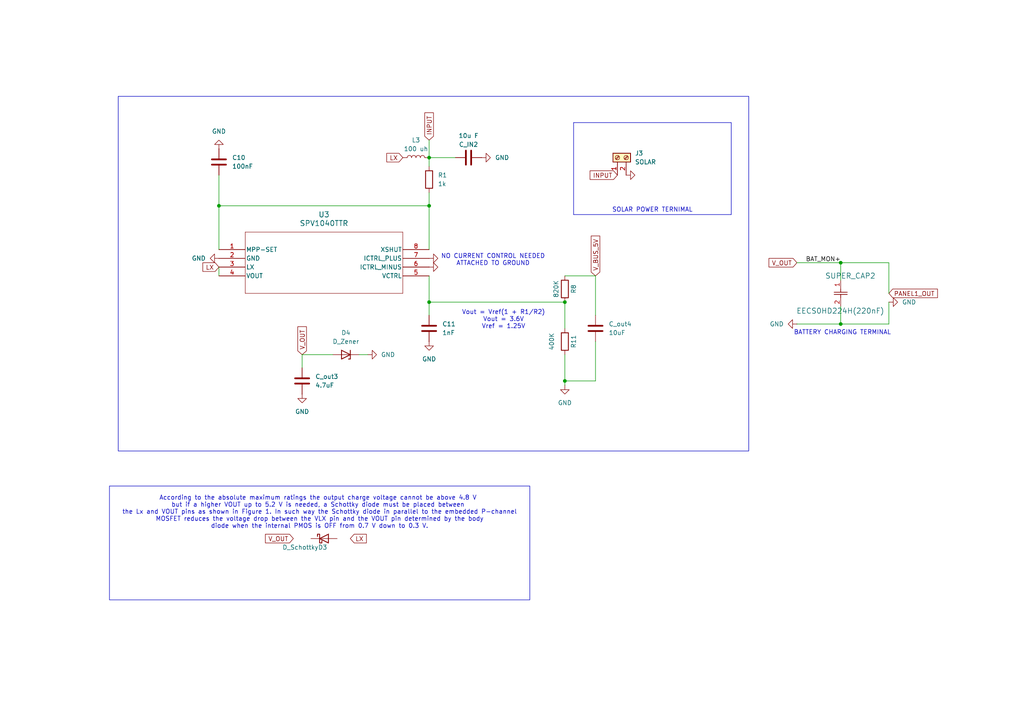
<source format=kicad_sch>
(kicad_sch (version 20231120) (generator "eeschema") (generator_version "8.0")
  (paper "A4")
  (lib_symbols
    (symbol "2024-06-07_14-27-39:SPV1040TTR" (pin_names (offset 0.254))
      (property "Reference" "U" (at 30.48 10.16 0))
      (property "Value" "SPV1040TTR" (at 30.48 7.62 0))
      (symbol "SPV1040TTR_0_1"
        (polyline (pts (xy 7.62 -12.7) (xy 53.34 -12.7)) (stroke (width 0.127)))
        (polyline (pts (xy 7.62 5.08) (xy 7.62 -12.7)) (stroke (width 0.127)))
        (polyline (pts (xy 53.34 -12.7) (xy 53.34 5.08)) (stroke (width 0.127)))
        (polyline (pts (xy 53.34 5.08) (xy 7.62 5.08)) (stroke (width 0.127)))
        (pin unspecified line (at 0 0 0) (length 7.62) (name "MPP-SET") (number "1"))
        (pin power_out line (at 0 -2.54 0) (length 7.62) (name "GND") (number "2"))
        (pin unspecified line (at 0 -5.08 0) (length 7.62) (name "LX") (number "3"))
        (pin output line (at 0 -7.62 0) (length 7.62) (name "VOUT") (number "4"))
        (pin unspecified line (at 60.96 -7.62 180) (length 7.62) (name "VCTRL") (number "5"))
        (pin unspecified line (at 60.96 -5.08 180) (length 7.62) (name "ICTRL_MINUS") (number "6"))
        (pin unspecified line (at 60.96 -2.54 180) (length 7.62) (name "ICTRL_PLUS") (number "7"))
        (pin unspecified line (at 60.96 0 180) (length 7.62) (name "XSHUT") (number "8"))
      )
    )
    (symbol "2024-06-08_06-57-05:super_capacitor" (pin_names (offset 0.254))
      (property "Reference" "SUPER_CAPACITOR" (at -1.27 10.16 90))
      (property "Value" "EECS0HD224H" (at 7.62 7.62 90))
      (symbol "super_capacitor_1_1"
        (polyline (pts (xy 2.54 0) (xy 3.4798 0)) (stroke (width 0.2032)))
        (polyline (pts (xy 3.4798 -1.905) (xy 3.4798 1.905)) (stroke (width 0.2032)))
        (polyline (pts (xy 4.1148 -1.905) (xy 4.1148 1.905)) (stroke (width 0.2032)))
        (polyline (pts (xy 4.1148 0) (xy 5.08 0)) (stroke (width 0.2032)))
        (pin passive line (at 0 0 0) (length 2.54) (name "") (number "1"))
        (pin passive line (at 7.62 0 180) (length 2.54) (name "") (number "2"))
      )
      (symbol "super_capacitor_1_2"
        (polyline (pts (xy -1.905 -4.1148) (xy 1.905 -4.1148)) (stroke (width 0.2032)))
        (polyline (pts (xy -1.905 -3.4798) (xy 1.905 -3.4798)) (stroke (width 0.2032)))
        (polyline (pts (xy 0 -4.1148) (xy 0 -5.08)) (stroke (width 0.2032)))
        (polyline (pts (xy 0 -2.54) (xy 0 -3.4798)) (stroke (width 0.2032)))
        (pin unspecified line (at 0 0 270) (length 2.54) (name "") (number "1"))
        (pin unspecified line (at 0 -7.62 90) (length 2.54) (name "") (number "2"))
      )
    )
    (symbol "Connector:Screw_Terminal_01x02" (pin_names (offset 1.016) hide)
      (property "Reference" "J" (at 0 2.54 0))
      (property "Value" "Screw_Terminal_01x02" (at 0 -5.08 0))
      (symbol "Screw_Terminal_01x02_1_1"
        (rectangle (start -1.27 1.27) (end 1.27 -3.81) (stroke (width 0.254)) (fill (type background)))
        (circle (center 0 -2.54) (radius 0.635) (stroke (width 0.1524)))
        (polyline (pts (xy -0.5334 -2.2098) (xy 0.3302 -3.048)) (stroke (width 0.1524)))
        (polyline (pts (xy -0.5334 0.3302) (xy 0.3302 -0.508)) (stroke (width 0.1524)))
        (polyline (pts (xy -0.3556 -2.032) (xy 0.508 -2.8702)) (stroke (width 0.1524)))
        (polyline (pts (xy -0.3556 0.508) (xy 0.508 -0.3302)) (stroke (width 0.1524)))
        (circle (center 0 0) (radius 0.635) (stroke (width 0.1524)))
        (pin passive line (at -5.08 0 0) (length 3.81) (name "Pin_1") (number "1"))
        (pin passive line (at -5.08 -2.54 0) (length 3.81) (name "Pin_2") (number "2"))
      )
    )
    (symbol "Device:C" (pin_numbers hide) (pin_names (offset 0.254))
      (property "Reference" "C" (at 0.635 2.54 0))
      (property "Value" "C" (at 0.635 -2.54 0))
      (symbol "C_0_1"
        (polyline (pts (xy -2.032 -0.762) (xy 2.032 -0.762)) (stroke (width 0.508)))
        (polyline (pts (xy -2.032 0.762) (xy 2.032 0.762)) (stroke (width 0.508)))
      )
      (symbol "C_1_1"
        (pin passive line (at 0 3.81 270) (length 2.794) (name "~") (number "1"))
        (pin passive line (at 0 -3.81 90) (length 2.794) (name "~") (number "2"))
      )
    )
    (symbol "Device:D_Schottky" (pin_numbers hide) (pin_names (offset 1.016) hide)
      (property "Reference" "D" (at 0 2.54 0))
      (property "Value" "D_Schottky" (at 0 -2.54 0))
      (symbol "D_Schottky_0_1"
        (polyline (pts (xy 1.27 0) (xy -1.27 0)))
        (polyline (pts (xy 1.27 1.27) (xy 1.27 -1.27) (xy -1.27 0) (xy 1.27 1.27)) (stroke (width 0.254)))
        (polyline (pts (xy -1.905 0.635) (xy -1.905 1.27) (xy -1.27 1.27) (xy -1.27 -1.27) (xy -0.635 -1.27) (xy -0.635 -0.635)) (stroke (width 0.254)))
      )
      (symbol "D_Schottky_1_1"
        (pin passive line (at -3.81 0 0) (length 2.54) (name "K") (number "1"))
        (pin passive line (at 3.81 0 180) (length 2.54) (name "A") (number "2"))
      )
    )
    (symbol "Device:D_Zener" (pin_numbers hide) (pin_names (offset 1.016) hide)
      (property "Reference" "D" (at 0 2.54 0))
      (property "Value" "D_Zener" (at 0 -2.54 0))
      (symbol "D_Zener_0_1"
        (polyline (pts (xy 1.27 0) (xy -1.27 0)))
        (polyline (pts (xy -1.27 -1.27) (xy -1.27 1.27) (xy -0.762 1.27)) (stroke (width 0.254)))
        (polyline (pts (xy 1.27 -1.27) (xy 1.27 1.27) (xy -1.27 0) (xy 1.27 -1.27)) (stroke (width 0.254)))
      )
      (symbol "D_Zener_1_1"
        (pin passive line (at -3.81 0 0) (length 2.54) (name "K") (number "1"))
        (pin passive line (at 3.81 0 180) (length 2.54) (name "A") (number "2"))
      )
    )
    (symbol "Device:L" (pin_numbers hide) (pin_names (offset 1.016) hide)
      (property "Reference" "L" (at -1.27 0 90))
      (property "Value" "L" (at 1.905 0 90))
      (symbol "L_0_1"
        (arc (start 0 -2.54) (mid 0.6323 -1.905) (end 0 -1.27))
        (arc (start 0 -1.27) (mid 0.6323 -0.635) (end 0 0))
        (arc (start 0 0) (mid 0.6323 0.635) (end 0 1.27))
        (arc (start 0 1.27) (mid 0.6323 1.905) (end 0 2.54))
      )
      (symbol "L_1_1"
        (pin passive line (at 0 3.81 270) (length 1.27) (name "1") (number "1"))
        (pin passive line (at 0 -3.81 90) (length 1.27) (name "2") (number "2"))
      )
    )
    (symbol "Device:R" (pin_numbers hide) (pin_names (offset 0))
      (property "Reference" "R" (at 2.032 0 90))
      (property "Value" "R" (at 0 0 90))
      (symbol "R_0_1"
        (rectangle (start -1.016 -2.54) (end 1.016 2.54) (stroke (width 0.254)))
      )
      (symbol "R_1_1"
        (pin passive line (at 0 3.81 270) (length 1.27) (name "~") (number "1"))
        (pin passive line (at 0 -3.81 90) (length 1.27) (name "~") (number "2"))
      )
    )
    (symbol "power:GND" (power) (pin_numbers hide) (pin_names (offset 0) hide)
      (property "Value" "GND" (at 0 -3.81 0))
      (symbol "GND_0_1"
        (polyline (pts (xy 0 0) (xy 0 -1.27) (xy 1.27 -1.27) (xy 0 -2.54) (xy -1.27 -1.27) (xy 0 -1.27)))
      )
      (symbol "GND_1_1"
        (pin power_in line (at 0 0 270) (length 0) (name "~") (number "1"))
      )
    )
  )
  (junction (at 124.46 59.69))
  (junction (at 243.84 93.98))
  (junction (at 63.5 59.69))
  (junction (at 163.83 110.49))
  (junction (at 124.46 87.63))
  (junction (at 163.83 87.63))
  (junction (at 124.46 45.72))
  (junction (at 243.84 76.2))
  (wire (pts (xy 87.63 102.87) (xy 96.52 102.87)))
  (wire (pts (xy 163.83 102.87) (xy 163.83 110.49)))
  (wire (pts (xy 124.46 40.64) (xy 124.46 45.72)))
  (wire (pts (xy 63.5 50.8) (xy 63.5 59.69)))
  (polyline (pts (xy 166.37 62.23) (xy 212.09 62.23)))
  (wire (pts (xy 124.46 59.69) (xy 63.5 59.69)))
  (wire (pts (xy 243.84 93.98) (xy 257.81 93.98)))
  (wire (pts (xy 124.46 55.88) (xy 124.46 59.69)))
  (wire (pts (xy 243.84 76.2) (xy 257.81 76.2)))
  (wire (pts (xy 172.72 80.01) (xy 172.72 91.44)))
  (wire (pts (xy 124.46 45.72) (xy 132.08 45.72)))
  (wire (pts (xy 163.83 80.01) (xy 172.72 80.01)))
  (polyline (pts (xy 212.09 62.23) (xy 212.09 35.56)))
  (polyline (pts (xy 166.37 35.56) (xy 212.09 35.56)))
  (wire (pts (xy 124.46 45.72) (xy 124.46 48.26)))
  (wire (pts (xy 257.81 87.63) (xy 257.81 93.98)))
  (wire (pts (xy 63.5 59.69) (xy 63.5 72.39)))
  (wire (pts (xy 163.83 110.49) (xy 172.72 110.49)))
  (wire (pts (xy 124.46 87.63) (xy 163.83 87.63)))
  (wire (pts (xy 87.63 102.87) (xy 87.63 106.68)))
  (wire (pts (xy 231.14 93.98) (xy 243.84 93.98)))
  (wire (pts (xy 172.72 99.06) (xy 172.72 110.49)))
  (wire (pts (xy 243.84 81.28) (xy 243.84 76.2)))
  (wire (pts (xy 257.81 76.2) (xy 257.81 85.09)))
  (wire (pts (xy 124.46 80.01) (xy 124.46 87.63)))
  (wire (pts (xy 163.83 110.49) (xy 163.83 111.76)))
  (wire (pts (xy 243.84 88.9) (xy 243.84 93.98)))
  (wire (pts (xy 63.5 77.47) (xy 63.5 80.01)))
  (wire (pts (xy 124.46 59.69) (xy 124.46 72.39)))
  (wire (pts (xy 231.14 76.2) (xy 243.84 76.2)))
  (wire (pts (xy 124.46 87.63) (xy 124.46 91.44)))
  (wire (pts (xy 104.14 102.87) (xy 106.68 102.87)))
  (wire (pts (xy 163.83 87.63) (xy 163.83 95.25)))
  (polyline (pts (xy 166.37 35.56) (xy 166.37 62.23)))
  (rectangle (start 31.75 140.97) (end 153.67 173.99))
  (rectangle (start 34.29 27.94) (end 217.17 130.81))
  (text "NO CURRENT CONTROL NEEDED\nATTACHED TO GROUND\n" (at 143.002 75.438 0) (effects (font (size 1.27 1.27))))
  (text "Vout = Vref(1 + R1/R2)\nVout = 3.6V\nVref = 1.25V" (at 146.05 92.71 0) (effects (font (size 1.27 1.27))))
  (text "BATTERY CHARGING TERMINAL\n" (at 244.348 96.52 0) (effects (font (size 1.27 1.27))))
  (text "According to the absolute maximum ratings the output charge voltage cannot be above 4.8 V \nbut if a higher VOUT up to 5.2 V is needed, a Schottky diode must be placed between \nthe Lx and VOUT pins as shown in Figure 1. In such way the Schottky diode in parallel to the embedded P-channel\n MOSFET reduces the voltage drop between the VLX pin and the VOUT pin determined by the body \ndiode when the internal PMOS is OFF from 0.7 V down to 0.3 V." (at 92.71 148.59 0) (effects (font (size 1.27 1.27))))
  (text "SOLAR POWER TERNIMAL\n" (at 189.23 60.96 0) (effects (font (size 1.27 1.27))))
  (label "BAT_MON+" (at 233.68 76.2 0))
  (global_label "LX" (shape input) (at 63.5 77.47 180) (property "Intersheetrefs" "${INTERSHEET_REFS}" (effects (hide yes))))
  (global_label "INPUT" (shape input) (at 179.07 50.8 180) (property "Intersheetrefs" "${INTERSHEET_REFS}" (effects (hide yes))))
  (global_label "V_OUT" (shape input) (at 85.09 156.21 180) (property "Intersheetrefs" "${INTERSHEET_REFS}" (effects (hide yes))))
  (global_label "INPUT" (shape input) (at 124.46 40.64 90) (property "Intersheetrefs" "${INTERSHEET_REFS}" (effects (hide yes))))
  (global_label "PANEL1_OUT" (shape input) (at 257.81 85.09 0) (property "Intersheetrefs" "${INTERSHEET_REFS}" (effects (hide yes))))
  (global_label "V_OUT" (shape input) (at 231.14 76.2 180) (property "Intersheetrefs" "${INTERSHEET_REFS}" (effects (hide yes))))
  (global_label "V_OUT" (shape input) (at 87.63 102.87 90) (property "Intersheetrefs" "${INTERSHEET_REFS}" (effects (hide yes))))
  (global_label "LX" (shape input) (at 101.6 156.21 0) (property "Intersheetrefs" "${INTERSHEET_REFS}" (effects (hide yes))))
  (global_label "V_BUS_5V" (shape input) (at 172.72 80.01 90) (property "Intersheetrefs" "${INTERSHEET_REFS}" (effects (hide yes))))
  (global_label "LX" (shape input) (at 116.84 45.72 180) (property "Intersheetrefs" "${INTERSHEET_REFS}" (effects (hide yes))))
  (symbol (lib_id "Device:L") (at 120.65 45.72 90) (unit 1)
    (property "Reference" "L3" (at 120.65 40.64 90))
    (property "Value" "100 uh" (at 120.65 43.18 90))
    (property "Footprint" "Inductor_SMD:L_Coilcraft_XAL6060-XXX" (effects (hide yes)))
    (property "Description" "Inductor" (effects (hide yes)))
  )
  (symbol (lib_id "Device:R") (at 124.46 52.07 0) (unit 1)
    (property "Reference" "R1" (at 127 50.7999 0) (effects (justify left)))
    (property "Value" "1k" (at 127 53.3399 0) (effects (justify left)))
    (property "Footprint" "Resistor_SMD:R_0603_1608Metric" (effects (hide yes)))
    (property "Description" "Resistor" (effects (hide yes)))
  )
  (symbol (lib_id "power:GND") (at 257.81 87.63 90) (unit 1)
    (property "Reference" "#PWR030" (effects (hide yes)))
    (property "Value" "GND" (at 261.62 87.6299 90) (effects (justify right)))
    (property "Description" "Power symbol creates a global label with name \"GND\" , ground" (effects (hide yes)))
  )
  (symbol (lib_id "power:GND") (at 87.63 114.3 0) (unit 1)
    (property "Reference" "#PWR021" (effects (hide yes)))
    (property "Value" "GND" (at 87.63 119.38 0))
    (property "Description" "Power symbol creates a global label with name \"GND\" , ground" (effects (hide yes)))
  )
  (symbol (lib_id "power:GND") (at 63.5 74.93 270) (unit 1)
    (property "Reference" "#PWR020" (effects (hide yes)))
    (property "Value" "GND" (at 59.69 74.9299 90) (effects (justify right)))
    (property "Description" "Power symbol creates a global label with name \"GND\" , ground" (effects (hide yes)))
  )
  (symbol (lib_id "power:GND") (at 181.61 50.8 90) (unit 1)
    (property "Reference" "#PWR028" (effects (hide yes)))
    (property "Value" "GND" (effects (hide yes)))
    (property "Description" "Power symbol creates a global label with name \"GND\" , ground" (effects (hide yes)))
  )
  (symbol (lib_id "power:GND") (at 231.14 93.98 270) (unit 1)
    (property "Reference" "#PWR029" (effects (hide yes)))
    (property "Value" "GND" (at 227.33 93.9799 90) (effects (justify right)))
    (property "Description" "Power symbol creates a global label with name \"GND\" , ground" (effects (hide yes)))
  )
  (symbol (lib_id "Device:C") (at 124.46 95.25 0) (unit 1)
    (property "Reference" "C11" (at 128.27 93.9799 0) (effects (justify left)))
    (property "Value" "1nF" (at 128.27 96.5199 0) (effects (justify left)))
    (property "Footprint" "Capacitor_SMD:C_0603_1608Metric" (effects (hide yes)))
    (property "Description" "Unpolarized capacitor" (effects (hide yes)))
  )
  (symbol (lib_id "Device:C") (at 172.72 95.25 0) (unit 1)
    (property "Reference" "C_out4" (at 176.53 93.9799 0) (effects (justify left)))
    (property "Value" "10uF" (at 176.53 96.5199 0) (effects (justify left)))
    (property "Footprint" "Capacitor_SMD:C_0603_1608Metric" (effects (hide yes)))
    (property "Description" "Unpolarized capacitor" (effects (hide yes)))
  )
  (symbol (lib_id "power:GND") (at 139.7 45.72 90) (unit 1)
    (property "Reference" "#PWR026" (effects (hide yes)))
    (property "Value" "GND" (at 143.5733 45.7199 90) (effects (justify right)))
    (property "Description" "Power symbol creates a global label with name \"GND\" , ground" (effects (hide yes)))
  )
  (symbol (lib_id "power:GND") (at 163.83 111.76 0) (unit 1)
    (property "Reference" "#PWR027" (effects (hide yes)))
    (property "Value" "GND" (at 163.83 116.84 0))
    (property "Description" "Power symbol creates a global label with name \"GND\" , ground" (effects (hide yes)))
  )
  (symbol (lib_id "2024-06-08_06-57-05:super_capacitor") (at 243.84 81.28 270) (unit 1)
    (property "Reference" "SUPER_CAP2" (at 254 80.01 90) (effects (font (size 1.524 1.524)) (justify right)))
    (property "Value" "EECS0HD224H(220nF)" (at 256.54 90.17 90) (effects (font (size 1.524 1.524)) (justify right)))
    (property "Footprint" "SPV1040T:CAP_EECS0_H_PAN" (effects (hide yes)))
    (property "Datasheet" "EECS0HD224H" (effects (hide yes)))
  )
  (symbol (lib_id "Device:R") (at 163.83 99.06 180) (unit 1)
    (property "Reference" "R11" (at 166.37 99.06 90))
    (property "Value" "400K" (at 160.02 99.06 90))
    (property "Footprint" "Resistor_SMD:R_0603_1608Metric" (effects (hide yes)))
    (property "Description" "Resistor" (effects (hide yes)))
  )
  (symbol (lib_id "power:GND") (at 106.68 102.87 90) (unit 1)
    (property "Reference" "#PWR022" (effects (hide yes)))
    (property "Value" "GND" (at 110.49 102.8699 90) (effects (justify right)))
    (property "Description" "Power symbol creates a global label with name \"GND\" , ground" (effects (hide yes)))
  )
  (symbol (lib_id "Device:C") (at 63.5 46.99 0) (unit 1)
    (property "Reference" "C10" (at 67.31 45.7199 0) (effects (justify left)))
    (property "Value" "100nF" (at 67.31 48.2599 0) (effects (justify left)))
    (property "Footprint" "Capacitor_SMD:C_0603_1608Metric" (effects (hide yes)))
    (property "Description" "Unpolarized capacitor" (effects (hide yes)))
  )
  (symbol (lib_id "2024-06-07_14-27-39:SPV1040TTR") (at 63.5 72.39 0) (unit 1)
    (property "Reference" "U3" (at 93.98 62.23 0) (effects (font (size 1.524 1.524))))
    (property "Value" "SPV1040TTR" (at 93.98 64.77 0) (effects (font (size 1.524 1.524))))
    (property "Footprint" "SPV1040:SOP65P640X120-8N" (effects (hide yes)))
    (property "Datasheet" "SPV1040TTR" (effects (hide yes)))
  )
  (symbol (lib_id "Device:C") (at 135.89 45.72 90) (unit 1)
    (property "Reference" "C_IN2" (at 135.89 41.91 90))
    (property "Value" "10u F" (at 135.89 39.37 90))
    (property "Footprint" "Capacitor_SMD:C_0603_1608Metric" (effects (hide yes)))
    (property "Description" "Unpolarized capacitor" (effects (hide yes)))
  )
  (symbol (lib_id "power:GND") (at 124.46 74.93 90) (unit 1)
    (property "Reference" "#PWR023" (effects (hide yes)))
    (property "Value" "GND" (effects (hide yes)))
    (property "Description" "Power symbol creates a global label with name \"GND\" , ground" (effects (hide yes)))
  )
  (symbol (lib_id "Device:R") (at 163.83 83.82 180) (unit 1)
    (property "Reference" "R8" (at 166.37 83.82 90))
    (property "Value" "820K" (at 161.29 83.82 90))
    (property "Footprint" "Resistor_SMD:R_0603_1608Metric" (effects (hide yes)))
    (property "Description" "Resistor" (effects (hide yes)))
  )
  (symbol (lib_id "Device:D_Zener") (at 100.33 102.87 180) (unit 1)
    (property "Reference" "D4" (at 100.33 96.52 0))
    (property "Value" "D_Zener" (at 100.33 99.06 0))
    (property "Footprint" "Diode_SMD:D_1210_3225Metric" (effects (hide yes)))
    (property "Description" "Zener diode" (effects (hide yes)))
  )
  (symbol (lib_id "power:GND") (at 63.5 43.18 180) (unit 1)
    (property "Reference" "#PWR019" (effects (hide yes)))
    (property "Value" "GND" (at 63.5 38.1 0))
    (property "Description" "Power symbol creates a global label with name \"GND\" , ground" (effects (hide yes)))
  )
  (symbol (lib_id "Connector:Screw_Terminal_01x02") (at 179.07 45.72 90) (unit 1)
    (property "Reference" "J3" (at 184.15 44.4499 90) (effects (justify right)))
    (property "Value" "SOLAR" (at 184.15 46.9899 90) (effects (justify right)))
    (property "Footprint" "TerminalBlock_Phoenix:TerminalBlock_Phoenix_PT-1,5-2-5.0-H_1x02_P5.00mm_Horizontal" (effects (hide yes)))
    (property "Description" "Generic screw terminal, single row, 01x02, script generated (kicad-library-utils/schlib/autogen/connector/)" (effects (hide yes)))
  )
  (symbol (lib_id "Device:C") (at 87.63 110.49 180) (unit 1)
    (property "Reference" "C_out3" (at 91.44 109.2199 0) (effects (justify right)))
    (property "Value" "4.7uF" (at 91.44 111.7599 0) (effects (justify right)))
    (property "Footprint" "Capacitor_SMD:C_0603_1608Metric" (effects (hide yes)))
    (property "Description" "Unpolarized capacitor" (effects (hide yes)))
  )
  (symbol (lib_id "power:GND") (at 124.46 99.06 0) (unit 1)
    (property "Reference" "#PWR025" (effects (hide yes)))
    (property "Value" "GND" (at 124.46 104.14 0))
    (property "Description" "Power symbol creates a global label with name \"GND\" , ground" (effects (hide yes)))
  )
  (symbol (lib_id "Device:D_Schottky") (at 93.98 156.21 0) (unit 1)
    (property "Reference" "D3" (at 94.9326 158.75 0) (effects (justify right)))
    (property "Value" "D_Schottky" (at 92.3926 158.75 0) (effects (justify right)))
    (property "Description" "Schottky diode" (effects (hide yes)))
  )
  (symbol (lib_id "power:GND") (at 124.46 77.47 90) (unit 1)
    (property "Reference" "#PWR024" (effects (hide yes)))
    (property "Value" "GND" (effects (hide yes)))
    (property "Description" "Power symbol creates a global label with name \"GND\" , ground" (effects (hide yes)))
  )
)
</source>
